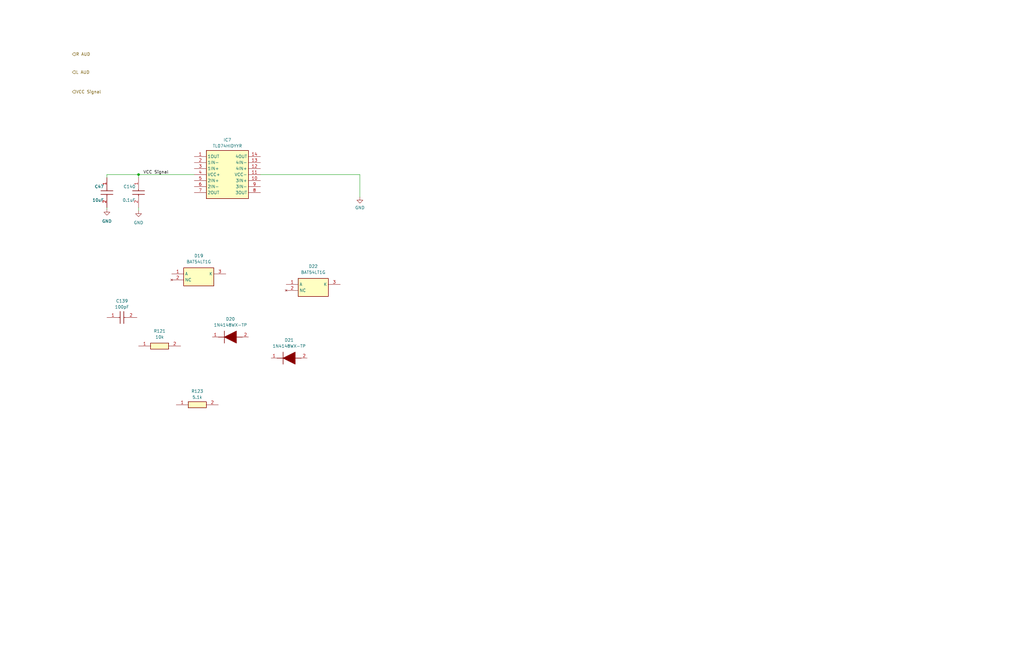
<source format=kicad_sch>
(kicad_sch (version 20230121) (generator eeschema)
  (paper "B")
  (lib_symbols
    (symbol "Audio System:1N4148WX-TP" (pin_names hide)
      (property "Reference" "D" (at 11.43 5.08 0))
      (property "Value" "1N4148WX-TP" (at 11.43 2.54 0))
      (symbol "1N4148WX-TP_1_1"
        (polyline (pts (xy 2.54 0) (xy 5.08 0)) (stroke (width 0.254)))
        (polyline (pts (xy 5.08 2.54) (xy 5.08 -2.54)) (stroke (width 0.254)))
        (polyline (pts (xy 10.16 0) (xy 12.7 0)) (stroke (width 0.254)))
        (polyline (pts (xy 5.08 0) (xy 10.16 2.54) (xy 10.16 -2.54) (xy 5.08 0)) (stroke (width 0.254)) (fill (type outline)))
        (pin passive line (at 0 0 0) (length 2.54) (name "K") (number "1"))
        (pin passive line (at 15.24 0 180) (length 2.54) (name "A") (number "2"))
      )
    )
    (symbol "Audio System:BAT54LT1G"
      (property "Reference" "D" (at 19.05 7.62 0))
      (property "Value" "BAT54LT1G" (at 19.05 5.08 0))
      (symbol "BAT54LT1G_1_1"
        (rectangle (start 5.08 2.54) (end 17.78 -5.08) (stroke (width 0.254)) (fill (type background)))
        (pin passive line (at 0 0 0) (length 5.08) (name "A") (number "1"))
        (pin no_connect line (at 0 -2.54 0) (length 5.08) (name "NC") (number "2"))
        (pin passive line (at 22.86 0 180) (length 5.08) (name "K") (number "3"))
      )
    )
    (symbol "Audio System:C0603C104M5RACTU" (pin_names hide)
      (property "Reference" "C" (at 8.89 6.35 0))
      (property "Value" "C0603C104M5RACTU" (at 8.89 3.81 0))
      (symbol "C0603C104M5RACTU_1_1"
        (polyline (pts (xy 5.08 0) (xy 5.588 0)) (stroke (width 0.254)))
        (polyline (pts (xy 5.588 2.54) (xy 5.588 -2.54)) (stroke (width 0.254)))
        (polyline (pts (xy 7.112 0) (xy 7.62 0)) (stroke (width 0.254)))
        (polyline (pts (xy 7.112 2.54) (xy 7.112 -2.54)) (stroke (width 0.254)))
        (pin passive line (at 0 0 0) (length 5.08) (name "1") (number "1"))
        (pin passive line (at 12.7 0 180) (length 5.08) (name "2") (number "2"))
      )
    )
    (symbol "Audio System:CC0603JRNPO9BN101" (pin_names hide)
      (property "Reference" "C" (at 8.89 6.35 0))
      (property "Value" "CC0603JRNPO9BN101" (at 8.89 3.81 0))
      (symbol "CC0603JRNPO9BN101_1_1"
        (polyline (pts (xy 5.08 0) (xy 5.588 0)) (stroke (width 0.254)))
        (polyline (pts (xy 5.588 2.54) (xy 5.588 -2.54)) (stroke (width 0.254)))
        (polyline (pts (xy 7.112 0) (xy 7.62 0)) (stroke (width 0.254)))
        (polyline (pts (xy 7.112 2.54) (xy 7.112 -2.54)) (stroke (width 0.254)))
        (pin passive line (at 0 0 0) (length 5.08) (name "1") (number "1"))
        (pin passive line (at 12.7 0 180) (length 5.08) (name "2") (number "2"))
      )
    )
    (symbol "Audio System:GRM21BR61H106KE43L" (pin_names hide)
      (property "Reference" "C" (at 8.89 6.35 0))
      (property "Value" "GRM21BR61H106KE43L" (at 8.89 3.81 0))
      (symbol "GRM21BR61H106KE43L_1_1"
        (polyline (pts (xy 5.08 0) (xy 5.588 0)) (stroke (width 0.254)))
        (polyline (pts (xy 5.588 2.54) (xy 5.588 -2.54)) (stroke (width 0.254)))
        (polyline (pts (xy 7.112 0) (xy 7.62 0)) (stroke (width 0.254)))
        (polyline (pts (xy 7.112 2.54) (xy 7.112 -2.54)) (stroke (width 0.254)))
        (pin passive line (at 0 0 0) (length 5.08) (name "1") (number "1"))
        (pin passive line (at 12.7 0 180) (length 5.08) (name "2") (number "2"))
      )
    )
    (symbol "Audio System:RC0603FR-0710KL" (pin_names hide)
      (property "Reference" "R" (at 13.97 6.35 0))
      (property "Value" "RC0603FR-0710KL" (at 13.97 3.81 0))
      (symbol "RC0603FR-0710KL_1_1"
        (rectangle (start 5.08 1.27) (end 12.7 -1.27) (stroke (width 0.254)) (fill (type background)))
        (pin passive line (at 0 0 0) (length 5.08) (name "1") (number "1"))
        (pin passive line (at 17.78 0 180) (length 5.08) (name "2") (number "2"))
      )
    )
    (symbol "Audio System:RC0603FR-075K1L" (pin_names hide)
      (property "Reference" "R" (at 13.97 6.35 0))
      (property "Value" "RC0603FR-075K1L" (at 13.97 3.81 0))
      (symbol "RC0603FR-075K1L_1_1"
        (rectangle (start 5.08 1.27) (end 12.7 -1.27) (stroke (width 0.254)) (fill (type background)))
        (pin passive line (at 0 0 0) (length 5.08) (name "1") (number "1"))
        (pin passive line (at 17.78 0 180) (length 5.08) (name "2") (number "2"))
      )
    )
    (symbol "Audio System:TL074HIDYYR"
      (property "Reference" "IC" (at 24.13 7.62 0))
      (property "Value" "TL074HIDYYR" (at 24.13 5.08 0))
      (symbol "TL074HIDYYR_1_1"
        (rectangle (start 5.08 2.54) (end 22.86 -17.78) (stroke (width 0.254)) (fill (type background)))
        (pin passive line (at 0 0 0) (length 5.08) (name "1OUT") (number "1"))
        (pin passive line (at 27.94 -10.16 180) (length 5.08) (name "3IN+") (number "10"))
        (pin passive line (at 27.94 -7.62 180) (length 5.08) (name "VCC-") (number "11"))
        (pin passive line (at 27.94 -5.08 180) (length 5.08) (name "4IN+") (number "12"))
        (pin passive line (at 27.94 -2.54 180) (length 5.08) (name "4IN-") (number "13"))
        (pin passive line (at 27.94 0 180) (length 5.08) (name "4OUT") (number "14"))
        (pin passive line (at 0 -2.54 0) (length 5.08) (name "1IN-") (number "2"))
        (pin passive line (at 0 -5.08 0) (length 5.08) (name "1IN+") (number "3"))
        (pin passive line (at 0 -7.62 0) (length 5.08) (name "VCC+") (number "4"))
        (pin passive line (at 0 -10.16 0) (length 5.08) (name "2IN+") (number "5"))
        (pin passive line (at 0 -12.7 0) (length 5.08) (name "2IN-") (number "6"))
        (pin passive line (at 0 -15.24 0) (length 5.08) (name "2OUT") (number "7"))
        (pin passive line (at 27.94 -15.24 180) (length 5.08) (name "3OUT") (number "8"))
        (pin passive line (at 27.94 -12.7 180) (length 5.08) (name "3IN-") (number "9"))
      )
    )
    (symbol "power:GND" (power) (pin_names (offset 0))
      (property "Value" "GND" (at 0 -3.81 0))
      (symbol "GND_0_1"
        (polyline (pts (xy 0 0) (xy 0 -1.27) (xy 1.27 -1.27) (xy 0 -2.54) (xy -1.27 -1.27) (xy 0 -1.27)))
      )
      (symbol "GND_1_1"
        (pin power_in line (at 0 0 270) (length 0) hide (name "GND") (number "1"))
      )
    )
  )
  (junction (at 58.42 73.66))
  (wire (pts (xy 58.42 88.9) (xy 58.42 87.63)))
  (wire (pts (xy 58.42 73.66) (xy 58.42 74.93)))
  (wire (pts (xy 151.765 73.66) (xy 151.765 83.185)))
  (wire (pts (xy 109.855 73.66) (xy 151.765 73.66)))
  (wire (pts (xy 45.085 74.93) (xy 45.085 73.66)))
  (wire (pts (xy 45.085 87.63) (xy 45.085 88.265)))
  (wire (pts (xy 45.085 73.66) (xy 58.42 73.66)))
  (wire (pts (xy 81.915 73.66) (xy 58.42 73.66)))
  (label "VCC Signal" (at 71.12 73.66 180))
  (hierarchical_label "R AUD" (shape input) (at 30.48 22.86 0))
  (hierarchical_label "L AUD" (shape input) (at 30.48 30.48 0))
  (hierarchical_label "VCC Signal" (shape input) (at 30.48 38.735 0))
  (symbol (lib_id "Audio System:BAT54LT1G") (at 72.39 115.57 0) (unit 1)
    (property "Reference" "D19" (at 83.82 107.95 0))
    (property "Value" "BAT54LT1G" (at 83.82 110.49 0))
    (property "Footprint" "SOT96P237X111-3N" (effects hide))
    (property "Datasheet" "http://www.onsemi.com/pub/Collateral/BAT54LT1-D.PDF" (effects hide))
    (property "Height" "1.11" (effects hide))
    (property "Manufacturer_Name" "onsemi" (effects hide))
    (property "Manufacturer_Part_Number" "BAT54LT1G" (effects hide))
    (property "Mouser Part Number" "863-BAT54LT1G" (effects hide))
    (property "Mouser Price/Stock" "https://www.mouser.co.uk/ProductDetail/onsemi/BAT54LT1G?qs=vLkC5FC1VN9WnG9k5eBnHQ%3D%3D" (effects hide))
    (property "Arrow Part Number" "BAT54LT1G" (effects hide))
    (property "Arrow Price/Stock" "https://www.arrow.com/en/products/bat54lt1g/on-semiconductor?region=europe" (effects hide))
  )
  (symbol (lib_id "Audio System:GRM21BR61H106KE43L") (at 45.085 74.93 90) (mirror x) (unit 1)
    (property "Reference" "C47" (at 43.815 78.74 90) (effects (justify left)))
    (property "Value" "10uF" (at 43.815 84.455 90) (effects (justify left)))
    (property "Footprint" "GRM21x" (effects hide))
    (property "Datasheet" "https://search.murata.co.jp/Ceramy/image/img/A01X/G101/ENG/GRM21BR61H106KE43-01A.pdf" (effects hide))
    (property "Height" "1.25" (effects hide))
    (property "Manufacturer_Name" "Murata Electronics" (effects hide))
    (property "Manufacturer_Part_Number" "GRM21BR61H106KE43L" (effects hide))
    (property "Mouser Part Number" "81-GRM21BR61H106KE3L" (effects hide))
    (property "Mouser Price/Stock" "https://www.mouser.co.uk/ProductDetail/Murata-Electronics/GRM21BR61H106KE43L?qs=lYGu3FyN48cBZlIduWKclg%3D%3D" (effects hide))
    (property "Arrow Part Number" "GRM21BR61H106KE43L" (effects hide))
    (property "Arrow Price/Stock" "https://www.arrow.com/en/products/grm21br61h106ke43l/murata-manufacturing?region=nac" (effects hide))
  )
  (symbol (lib_id "Audio System:C0603C104M5RACTU") (at 58.42 74.93 90) (mirror x) (unit 1)
    (property "Reference" "C140" (at 57.15 78.74 90) (effects (justify left)))
    (property "Value" "0.1uF" (at 57.15 84.455 90) (effects (justify left)))
    (property "Footprint" "C0603" (effects hide))
    (property "Datasheet" "https://content.kemet.com/datasheets/KEM_C1002_X7R_SMD.pdf" (effects hide))
    (property "Height" "0.87" (effects hide))
    (property "Manufacturer_Name" "KEMET" (effects hide))
    (property "Manufacturer_Part_Number" "C0603C104M5RACTU" (effects hide))
    (property "Mouser Part Number" "80-C0603C104M5R" (effects hide))
    (property "Mouser Price/Stock" "https://www.mouser.co.uk/ProductDetail/KEMET/C0603C104M5RACTU?qs=YkRtRX%252BfoqJT%252B0m410IP4A%3D%3D" (effects hide))
    (property "Arrow Part Number" "C0603C104M5RACTU" (effects hide))
    (property "Arrow Price/Stock" "https://www.arrow.com/en/products/c0603c104m5ractu/kemet-corporation?utm_currency=USD&region=nac" (effects hide))
  )
  (symbol (lib_id "Audio System:TL074HIDYYR") (at 81.915 66.04 0) (unit 1)
    (property "Reference" "IC7" (at 95.885 59.055 0))
    (property "Value" "TL074HIDYYR" (at 95.885 61.595 0))
    (property "Footprint" "SOP50P326X110-14N" (effects hide))
    (property "Datasheet" "https://www.ti.com/lit/ds/symlink/tl074.pdf?HQS=dis-mous-null-mousermode-dsf-pf-null-wwe&ts=1653289518838&ref_url=https%253A%252F%252Fwww.mouser.es%252F" (effects hide))
    (property "Height" "1.1" (effects hide))
    (property "Manufacturer_Name" "Texas Instruments" (effects hide))
    (property "Manufacturer_Part_Number" "TL074HIDYYR" (effects hide))
    (property "Mouser Part Number" "595-TL074HIDYYR" (effects hide))
    (property "Mouser Price/Stock" "https://www.mouser.co.uk/ProductDetail/Texas-Instruments/TL074HIDYYR?qs=Li%252BoUPsLEnudP2MOdP5hYw%3D%3D" (effects hide))
    (property "Arrow Part Number" "TL074HIDYYR" (effects hide))
    (property "Arrow Price/Stock" "https://www.arrow.com/en/products/tl074hidyyr/texas-instruments?region=nac" (effects hide))
  )
  (symbol (lib_id "power:GND") (at 45.085 88.265 0) (mirror y) (unit 1)
    (property "Reference" "#PWR055" (effects hide))
    (property "Value" "GND" (at 45.085 93.345 0))
  )
  (symbol (lib_id "power:GND") (at 151.765 83.185 0) (unit 1)
    (property "Reference" "#PWR0129" (effects hide))
    (property "Value" "GND" (at 151.765 87.63 0))
  )
  (symbol (lib_id "Audio System:RC0603FR-0710KL") (at 58.42 146.05 0) (unit 1)
    (property "Reference" "R121" (at 67.31 139.7 0))
    (property "Value" "10k" (at 67.31 142.24 0))
    (property "Footprint" "RESC1608X55N" (effects hide))
    (property "Datasheet" "http://www.yageo.com/documents/recent/PYu-RC0603_51_RoHS_L_v5.pdf" (effects hide))
    (property "Height" "0.55" (effects hide))
    (property "Manufacturer_Name" "KEMET" (effects hide))
    (property "Manufacturer_Part_Number" "RC0603FR-0710KL" (effects hide))
    (property "Mouser Part Number" "603-RC0603FR-0710KL" (effects hide))
    (property "Mouser Price/Stock" "https://www.mouser.co.uk/ProductDetail/YAGEO/RC0603FR-0710KL?qs=grNVn54RoB%252B3GtjbJj3wJQ%3D%3D" (effects hide))
    (property "Arrow Part Number" "RC0603FR-0710KL" (effects hide))
    (property "Arrow Price/Stock" "https://www.arrow.com/en/products/rc0603fr-0710kl/yageo?region=nac" (effects hide))
  )
  (symbol (lib_id "Audio System:RC0603FR-075K1L") (at 74.295 170.815 0) (unit 1)
    (property "Reference" "R123" (at 83.185 165.1 0))
    (property "Value" "5.1k" (at 83.185 167.64 0))
    (property "Footprint" "RESC1608X55N" (effects hide))
    (property "Datasheet" "http://www.yageo.com/documents/recent/PYu-RC0603_51_RoHS_L_v5.pdf" (effects hide))
    (property "Height" "0.55" (effects hide))
    (property "Manufacturer_Name" "KEMET" (effects hide))
    (property "Manufacturer_Part_Number" "RC0603FR-075K1L" (effects hide))
    (property "Mouser Part Number" "603-RC0603FR-075K1L" (effects hide))
    (property "Mouser Price/Stock" "https://www.mouser.co.uk/ProductDetail/YAGEO/RC0603FR-075K1L?qs=gt6vzsuosg2jUUwxnI2PJQ%3D%3D" (effects hide))
    (property "Arrow Part Number" "RC0603FR-075K1L" (effects hide))
    (property "Arrow Price/Stock" "https://www.arrow.com/en/products/rc0603fr-075k1l/yageo?region=nac" (effects hide))
  )
  (symbol (lib_id "Audio System:CC0603JRNPO9BN101") (at 45.085 133.985 0) (unit 1)
    (property "Reference" "C139" (at 51.435 127 0))
    (property "Value" "100pF" (at 51.435 129.54 0))
    (property "Footprint" "CAPC1608X87N" (effects hide))
    (property "Datasheet" "https://datasheet.datasheetarchive.com/originals/distributors/Datasheets_SAMA/cc5107097899af003b9e5ad41810a26f.pdf" (effects hide))
    (property "Height" "0.87" (effects hide))
    (property "Manufacturer_Name" "KEMET" (effects hide))
    (property "Manufacturer_Part_Number" "CC0603JRNPO9BN101" (effects hide))
    (property "Mouser Part Number" "603-CC603JRNPO9BN101" (effects hide))
    (property "Mouser Price/Stock" "https://www.mouser.co.uk/ProductDetail/YAGEO/CC0603JRNPO9BN101?qs=AgBp2OyFlx%252Bc5vUOLFsmXA%3D%3D" (effects hide))
    (property "Arrow Part Number" "CC0603JRNPO9BN101" (effects hide))
    (property "Arrow Price/Stock" "https://www.arrow.com/en/products/cc0603jrnpo9bn101/yageo" (effects hide))
  )
  (symbol (lib_id "Audio System:1N4148WX-TP") (at 114.3 151.13 0) (unit 1)
    (property "Reference" "D21" (at 121.92 143.51 0))
    (property "Value" "1N4148WX-TP" (at 121.92 146.05 0))
    (property "Footprint" "SOD2512X130N" (effects hide))
    (property "Datasheet" "https://www.mouser.co.uk/datasheet/2/258/1N4148WX_SOD_323_-3326905.pdf" (effects hide))
    (property "Height" "1.3" (effects hide))
    (property "Manufacturer_Name" "Vishay" (effects hide))
    (property "Manufacturer_Part_Number" "1N4148WX-TP" (effects hide))
  )
  (symbol (lib_id "Audio System:BAT54LT1G") (at 120.65 120.015 0) (unit 1)
    (property "Reference" "D22" (at 132.08 112.395 0))
    (property "Value" "BAT54LT1G" (at 132.08 114.935 0))
    (property "Footprint" "SOT96P237X111-3N" (effects hide))
    (property "Datasheet" "http://www.onsemi.com/pub/Collateral/BAT54LT1-D.PDF" (effects hide))
    (property "Height" "1.11" (effects hide))
    (property "Manufacturer_Name" "onsemi" (effects hide))
    (property "Manufacturer_Part_Number" "BAT54LT1G" (effects hide))
    (property "Mouser Part Number" "863-BAT54LT1G" (effects hide))
    (property "Mouser Price/Stock" "https://www.mouser.co.uk/ProductDetail/onsemi/BAT54LT1G?qs=vLkC5FC1VN9WnG9k5eBnHQ%3D%3D" (effects hide))
    (property "Arrow Part Number" "BAT54LT1G" (effects hide))
    (property "Arrow Price/Stock" "https://www.arrow.com/en/products/bat54lt1g/on-semiconductor?region=europe" (effects hide))
  )
  (symbol (lib_id "power:GND") (at 58.42 88.9 0) (mirror y) (unit 1)
    (property "Reference" "#PWR0126" (effects hide))
    (property "Value" "GND" (at 58.42 93.98 0))
  )
  (symbol (lib_id "Audio System:1N4148WX-TP") (at 89.535 142.24 0) (unit 1)
    (property "Reference" "D20" (at 97.155 134.62 0))
    (property "Value" "1N4148WX-TP" (at 97.155 137.16 0))
    (property "Footprint" "SOD2512X130N" (effects hide))
    (property "Datasheet" "https://www.mouser.co.uk/datasheet/2/258/1N4148WX_SOD_323_-3326905.pdf" (effects hide))
    (property "Height" "1.3" (effects hide))
    (property "Manufacturer_Name" "Vishay" (effects hide))
    (property "Manufacturer_Part_Number" "1N4148WX-TP" (effects hide))
  )
)
</source>
